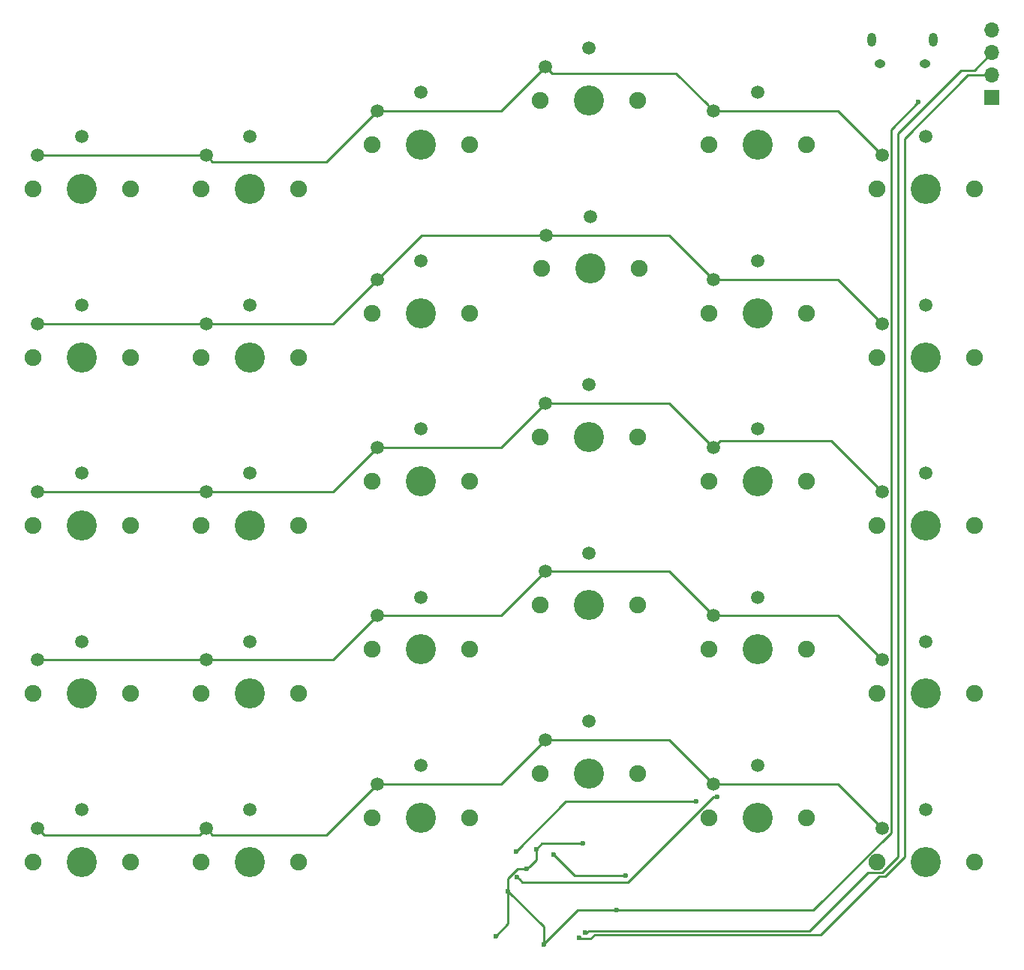
<source format=gbr>
G04 #@! TF.GenerationSoftware,KiCad,Pcbnew,(5.0.1-3-g963ef8bb5)*
G04 #@! TF.CreationDate,2019-02-26T10:41:44-08:00*
G04 #@! TF.ProjectId,atreus-butterfly-62,6174726575732D627574746572666C79,rev?*
G04 #@! TF.SameCoordinates,Original*
G04 #@! TF.FileFunction,Copper,L2,Bot,Signal*
G04 #@! TF.FilePolarity,Positive*
%FSLAX46Y46*%
G04 Gerber Fmt 4.6, Leading zero omitted, Abs format (unit mm)*
G04 Created by KiCad (PCBNEW (5.0.1-3-g963ef8bb5)) date Tuesday, February 26, 2019 at 10:41:44 AM*
%MOMM*%
%LPD*%
G01*
G04 APERTURE LIST*
G04 #@! TA.AperFunction,WasherPad*
%ADD10C,3.400000*%
G04 #@! TD*
G04 #@! TA.AperFunction,WasherPad*
%ADD11C,1.900000*%
G04 #@! TD*
G04 #@! TA.AperFunction,ComponentPad*
%ADD12C,1.500000*%
G04 #@! TD*
G04 #@! TA.AperFunction,ComponentPad*
%ADD13O,1.250000X0.950000*%
G04 #@! TD*
G04 #@! TA.AperFunction,ComponentPad*
%ADD14O,1.000000X1.550000*%
G04 #@! TD*
G04 #@! TA.AperFunction,ComponentPad*
%ADD15R,1.700000X1.700000*%
G04 #@! TD*
G04 #@! TA.AperFunction,ComponentPad*
%ADD16O,1.700000X1.700000*%
G04 #@! TD*
G04 #@! TA.AperFunction,ViaPad*
%ADD17C,0.600000*%
G04 #@! TD*
G04 #@! TA.AperFunction,Conductor*
%ADD18C,0.250000*%
G04 #@! TD*
G04 APERTURE END LIST*
D10*
G04 #@! TO.N,*
G04 #@! TO.C,SW26*
X144050000Y-65100000D03*
D11*
X149550000Y-65100000D03*
X138550000Y-65100000D03*
D12*
G04 #@! TD*
G04 #@! TO.P,SW26,2*
G04 #@! TO.N,Net-(D26-Pad2)*
X144050000Y-59200000D03*
G04 #@! TO.P,SW26,1*
G04 #@! TO.N,/Row_1*
X139100000Y-61300000D03*
G04 #@! TD*
D13*
G04 #@! TO.P,J1,6*
G04 #@! TO.N,GND*
X143900000Y-50950000D03*
X138900000Y-50950000D03*
D14*
X144900000Y-48250000D03*
X137900000Y-48250000D03*
G04 #@! TD*
D15*
G04 #@! TO.P,J2,1*
G04 #@! TO.N,GND*
X151500000Y-54800000D03*
D16*
G04 #@! TO.P,J2,2*
G04 #@! TO.N,/Rx*
X151500000Y-52260000D03*
G04 #@! TO.P,J2,3*
G04 #@! TO.N,/Tx*
X151500000Y-49720000D03*
G04 #@! TO.P,J2,4*
G04 #@! TO.N,VCC*
X151500000Y-47180000D03*
G04 #@! TD*
D10*
G04 #@! TO.N,*
G04 #@! TO.C,SW1*
X48750000Y-65100000D03*
D11*
X54250000Y-65100000D03*
X43250000Y-65100000D03*
D12*
G04 #@! TD*
G04 #@! TO.P,SW1,2*
G04 #@! TO.N,Net-(D1-Pad2)*
X48750000Y-59200000D03*
G04 #@! TO.P,SW1,1*
G04 #@! TO.N,/Row_1*
X43800000Y-61300000D03*
G04 #@! TD*
D10*
G04 #@! TO.N,*
G04 #@! TO.C,SW2*
X48750000Y-84100000D03*
D11*
X54250000Y-84100000D03*
X43250000Y-84100000D03*
D12*
G04 #@! TD*
G04 #@! TO.P,SW2,2*
G04 #@! TO.N,Net-(D2-Pad2)*
X48750000Y-78200000D03*
G04 #@! TO.P,SW2,1*
G04 #@! TO.N,/Row_2*
X43800000Y-80300000D03*
G04 #@! TD*
D10*
G04 #@! TO.N,*
G04 #@! TO.C,SW3*
X48750000Y-103100000D03*
D11*
X54250000Y-103100000D03*
X43250000Y-103100000D03*
D12*
G04 #@! TD*
G04 #@! TO.P,SW3,2*
G04 #@! TO.N,Net-(D3-Pad2)*
X48750000Y-97200000D03*
G04 #@! TO.P,SW3,1*
G04 #@! TO.N,/Row_3*
X43800000Y-99300000D03*
G04 #@! TD*
D10*
G04 #@! TO.N,*
G04 #@! TO.C,SW4*
X48750000Y-122100000D03*
D11*
X54250000Y-122100000D03*
X43250000Y-122100000D03*
D12*
G04 #@! TD*
G04 #@! TO.P,SW4,2*
G04 #@! TO.N,Net-(D4-Pad2)*
X48750000Y-116200000D03*
G04 #@! TO.P,SW4,1*
G04 #@! TO.N,/Row_4*
X43800000Y-118300000D03*
G04 #@! TD*
D10*
G04 #@! TO.N,*
G04 #@! TO.C,SW5*
X48750000Y-141100000D03*
D11*
X54250000Y-141100000D03*
X43250000Y-141100000D03*
D12*
G04 #@! TD*
G04 #@! TO.P,SW5,2*
G04 #@! TO.N,Net-(D5-Pad2)*
X48750000Y-135200000D03*
G04 #@! TO.P,SW5,1*
G04 #@! TO.N,/Row_5*
X43800000Y-137300000D03*
G04 #@! TD*
D10*
G04 #@! TO.N,*
G04 #@! TO.C,SW6*
X67750000Y-65100000D03*
D11*
X73250000Y-65100000D03*
X62250000Y-65100000D03*
D12*
G04 #@! TD*
G04 #@! TO.P,SW6,2*
G04 #@! TO.N,Net-(D6-Pad2)*
X67750000Y-59200000D03*
G04 #@! TO.P,SW6,1*
G04 #@! TO.N,/Row_1*
X62800000Y-61300000D03*
G04 #@! TD*
D10*
G04 #@! TO.N,*
G04 #@! TO.C,SW7*
X67750000Y-84100000D03*
D11*
X73250000Y-84100000D03*
X62250000Y-84100000D03*
D12*
G04 #@! TD*
G04 #@! TO.P,SW7,2*
G04 #@! TO.N,Net-(D7-Pad2)*
X67750000Y-78200000D03*
G04 #@! TO.P,SW7,1*
G04 #@! TO.N,/Row_2*
X62800000Y-80300000D03*
G04 #@! TD*
D10*
G04 #@! TO.N,*
G04 #@! TO.C,SW8*
X67750000Y-103100000D03*
D11*
X73250000Y-103100000D03*
X62250000Y-103100000D03*
D12*
G04 #@! TD*
G04 #@! TO.P,SW8,2*
G04 #@! TO.N,Net-(D8-Pad2)*
X67750000Y-97200000D03*
G04 #@! TO.P,SW8,1*
G04 #@! TO.N,/Row_3*
X62800000Y-99300000D03*
G04 #@! TD*
D10*
G04 #@! TO.N,*
G04 #@! TO.C,SW9*
X67750000Y-122100000D03*
D11*
X73250000Y-122100000D03*
X62250000Y-122100000D03*
D12*
G04 #@! TD*
G04 #@! TO.P,SW9,2*
G04 #@! TO.N,Net-(D9-Pad2)*
X67750000Y-116200000D03*
G04 #@! TO.P,SW9,1*
G04 #@! TO.N,/Row_4*
X62800000Y-118300000D03*
G04 #@! TD*
D10*
G04 #@! TO.N,*
G04 #@! TO.C,SW10*
X67750000Y-141100000D03*
D11*
X73250000Y-141100000D03*
X62250000Y-141100000D03*
D12*
G04 #@! TD*
G04 #@! TO.P,SW10,2*
G04 #@! TO.N,Net-(D10-Pad2)*
X67750000Y-135200000D03*
G04 #@! TO.P,SW10,1*
G04 #@! TO.N,/Row_5*
X62800000Y-137300000D03*
G04 #@! TD*
D10*
G04 #@! TO.N,*
G04 #@! TO.C,SW11*
X87050000Y-60100000D03*
D11*
X92550000Y-60100000D03*
X81550000Y-60100000D03*
D12*
G04 #@! TD*
G04 #@! TO.P,SW11,2*
G04 #@! TO.N,Net-(D11-Pad2)*
X87050000Y-54200000D03*
G04 #@! TO.P,SW11,1*
G04 #@! TO.N,/Row_1*
X82100000Y-56300000D03*
G04 #@! TD*
D10*
G04 #@! TO.N,*
G04 #@! TO.C,SW12*
X87050000Y-79100000D03*
D11*
X92550000Y-79100000D03*
X81550000Y-79100000D03*
D12*
G04 #@! TD*
G04 #@! TO.P,SW12,2*
G04 #@! TO.N,Net-(D12-Pad2)*
X87050000Y-73200000D03*
G04 #@! TO.P,SW12,1*
G04 #@! TO.N,/Row_2*
X82100000Y-75300000D03*
G04 #@! TD*
D10*
G04 #@! TO.N,*
G04 #@! TO.C,SW13*
X87050000Y-98100000D03*
D11*
X92550000Y-98100000D03*
X81550000Y-98100000D03*
D12*
G04 #@! TD*
G04 #@! TO.P,SW13,2*
G04 #@! TO.N,Net-(D13-Pad2)*
X87050000Y-92200000D03*
G04 #@! TO.P,SW13,1*
G04 #@! TO.N,/Row_3*
X82100000Y-94300000D03*
G04 #@! TD*
D10*
G04 #@! TO.N,*
G04 #@! TO.C,SW14*
X87050000Y-117100000D03*
D11*
X92550000Y-117100000D03*
X81550000Y-117100000D03*
D12*
G04 #@! TD*
G04 #@! TO.P,SW14,2*
G04 #@! TO.N,Net-(D14-Pad2)*
X87050000Y-111200000D03*
G04 #@! TO.P,SW14,1*
G04 #@! TO.N,/Row_4*
X82100000Y-113300000D03*
G04 #@! TD*
D10*
G04 #@! TO.N,*
G04 #@! TO.C,SW15*
X87050000Y-136100000D03*
D11*
X92550000Y-136100000D03*
X81550000Y-136100000D03*
D12*
G04 #@! TD*
G04 #@! TO.P,SW15,2*
G04 #@! TO.N,Net-(D15-Pad2)*
X87050000Y-130200000D03*
G04 #@! TO.P,SW15,1*
G04 #@! TO.N,/Row_5*
X82100000Y-132300000D03*
G04 #@! TD*
D10*
G04 #@! TO.N,*
G04 #@! TO.C,SW16*
X106050000Y-55100000D03*
D11*
X111550000Y-55100000D03*
X100550000Y-55100000D03*
D12*
G04 #@! TD*
G04 #@! TO.P,SW16,2*
G04 #@! TO.N,Net-(D16-Pad2)*
X106050000Y-49200000D03*
G04 #@! TO.P,SW16,1*
G04 #@! TO.N,/Row_1*
X101100000Y-51300000D03*
G04 #@! TD*
D10*
G04 #@! TO.N,*
G04 #@! TO.C,SW17*
X106150000Y-74100000D03*
D11*
X111650000Y-74100000D03*
X100650000Y-74100000D03*
D12*
G04 #@! TD*
G04 #@! TO.P,SW17,2*
G04 #@! TO.N,Net-(D17-Pad2)*
X106150000Y-68200000D03*
G04 #@! TO.P,SW17,1*
G04 #@! TO.N,/Row_2*
X101200000Y-70300000D03*
G04 #@! TD*
D10*
G04 #@! TO.N,*
G04 #@! TO.C,SW18*
X106050000Y-93100000D03*
D11*
X111550000Y-93100000D03*
X100550000Y-93100000D03*
D12*
G04 #@! TD*
G04 #@! TO.P,SW18,2*
G04 #@! TO.N,Net-(D18-Pad2)*
X106050000Y-87200000D03*
G04 #@! TO.P,SW18,1*
G04 #@! TO.N,/Row_3*
X101100000Y-89300000D03*
G04 #@! TD*
D10*
G04 #@! TO.N,*
G04 #@! TO.C,SW19*
X106050000Y-112100000D03*
D11*
X111550000Y-112100000D03*
X100550000Y-112100000D03*
D12*
G04 #@! TD*
G04 #@! TO.P,SW19,2*
G04 #@! TO.N,Net-(D19-Pad2)*
X106050000Y-106200000D03*
G04 #@! TO.P,SW19,1*
G04 #@! TO.N,/Row_4*
X101100000Y-108300000D03*
G04 #@! TD*
D10*
G04 #@! TO.N,*
G04 #@! TO.C,SW20*
X106050000Y-131100000D03*
D11*
X111550000Y-131100000D03*
X100550000Y-131100000D03*
D12*
G04 #@! TD*
G04 #@! TO.P,SW20,2*
G04 #@! TO.N,Net-(D20-Pad2)*
X106050000Y-125200000D03*
G04 #@! TO.P,SW20,1*
G04 #@! TO.N,/Row_5*
X101100000Y-127300000D03*
G04 #@! TD*
D10*
G04 #@! TO.N,*
G04 #@! TO.C,SW21*
X125050000Y-60100000D03*
D11*
X130550000Y-60100000D03*
X119550000Y-60100000D03*
D12*
G04 #@! TD*
G04 #@! TO.P,SW21,2*
G04 #@! TO.N,Net-(D21-Pad2)*
X125050000Y-54200000D03*
G04 #@! TO.P,SW21,1*
G04 #@! TO.N,/Row_1*
X120100000Y-56300000D03*
G04 #@! TD*
D10*
G04 #@! TO.N,*
G04 #@! TO.C,SW22*
X125050000Y-79100000D03*
D11*
X130550000Y-79100000D03*
X119550000Y-79100000D03*
D12*
G04 #@! TD*
G04 #@! TO.P,SW22,2*
G04 #@! TO.N,Net-(D22-Pad2)*
X125050000Y-73200000D03*
G04 #@! TO.P,SW22,1*
G04 #@! TO.N,/Row_2*
X120100000Y-75300000D03*
G04 #@! TD*
D10*
G04 #@! TO.N,*
G04 #@! TO.C,SW23*
X125050000Y-98100000D03*
D11*
X130550000Y-98100000D03*
X119550000Y-98100000D03*
D12*
G04 #@! TD*
G04 #@! TO.P,SW23,2*
G04 #@! TO.N,Net-(D23-Pad2)*
X125050000Y-92200000D03*
G04 #@! TO.P,SW23,1*
G04 #@! TO.N,/Row_3*
X120100000Y-94300000D03*
G04 #@! TD*
D10*
G04 #@! TO.N,*
G04 #@! TO.C,SW24*
X125050000Y-117100000D03*
D11*
X130550000Y-117100000D03*
X119550000Y-117100000D03*
D12*
G04 #@! TD*
G04 #@! TO.P,SW24,2*
G04 #@! TO.N,Net-(D24-Pad2)*
X125050000Y-111200000D03*
G04 #@! TO.P,SW24,1*
G04 #@! TO.N,/Row_4*
X120100000Y-113300000D03*
G04 #@! TD*
D10*
G04 #@! TO.N,*
G04 #@! TO.C,SW25*
X125050000Y-136100000D03*
D11*
X130550000Y-136100000D03*
X119550000Y-136100000D03*
D12*
G04 #@! TD*
G04 #@! TO.P,SW25,2*
G04 #@! TO.N,Net-(D25-Pad2)*
X125050000Y-130200000D03*
G04 #@! TO.P,SW25,1*
G04 #@! TO.N,/Row_5*
X120100000Y-132300000D03*
G04 #@! TD*
D10*
G04 #@! TO.N,*
G04 #@! TO.C,SW27*
X144050000Y-84100000D03*
D11*
X149550000Y-84100000D03*
X138550000Y-84100000D03*
D12*
G04 #@! TD*
G04 #@! TO.P,SW27,2*
G04 #@! TO.N,Net-(D27-Pad2)*
X144050000Y-78200000D03*
G04 #@! TO.P,SW27,1*
G04 #@! TO.N,/Row_2*
X139100000Y-80300000D03*
G04 #@! TD*
D10*
G04 #@! TO.N,*
G04 #@! TO.C,SW28*
X144050000Y-103100000D03*
D11*
X149550000Y-103100000D03*
X138550000Y-103100000D03*
D12*
G04 #@! TD*
G04 #@! TO.P,SW28,2*
G04 #@! TO.N,Net-(D28-Pad2)*
X144050000Y-97200000D03*
G04 #@! TO.P,SW28,1*
G04 #@! TO.N,/Row_3*
X139100000Y-99300000D03*
G04 #@! TD*
D10*
G04 #@! TO.N,*
G04 #@! TO.C,SW29*
X144050000Y-122100000D03*
D11*
X149550000Y-122100000D03*
X138550000Y-122100000D03*
D12*
G04 #@! TD*
G04 #@! TO.P,SW29,2*
G04 #@! TO.N,Net-(D29-Pad2)*
X144050000Y-116200000D03*
G04 #@! TO.P,SW29,1*
G04 #@! TO.N,/Row_4*
X139100000Y-118300000D03*
G04 #@! TD*
D10*
G04 #@! TO.N,*
G04 #@! TO.C,SW30*
X144050000Y-141100000D03*
D11*
X149550000Y-141100000D03*
X138550000Y-141100000D03*
D12*
G04 #@! TD*
G04 #@! TO.P,SW30,2*
G04 #@! TO.N,Net-(D30-Pad2)*
X144050000Y-135200000D03*
G04 #@! TO.P,SW30,1*
G04 #@! TO.N,/Row_5*
X139100000Y-137300000D03*
G04 #@! TD*
D17*
G04 #@! TO.N,Net-(C3-Pad1)*
X110200000Y-142600000D03*
X102073614Y-140280187D03*
G04 #@! TO.N,VCC*
X96900000Y-144400000D03*
X109141066Y-146575021D03*
X143200000Y-55300000D03*
X100054994Y-139639992D03*
X99012132Y-141898944D03*
X105300000Y-139000000D03*
X95500000Y-149500000D03*
X100900000Y-150399996D03*
G04 #@! TO.N,/Rx*
X104900000Y-149700000D03*
G04 #@! TO.N,/Tx*
X105600000Y-149100000D03*
G04 #@! TO.N,Net-(R1-Pad1)*
X120500000Y-133724990D03*
X97900000Y-142800000D03*
G04 #@! TO.N,Net-(R2-Pad1)*
X118100000Y-134300000D03*
X97800000Y-139900000D03*
G04 #@! TD*
D18*
G04 #@! TO.N,Net-(C3-Pad1)*
X110200000Y-142600000D02*
X104393427Y-142600000D01*
X102373613Y-140580186D02*
X102073614Y-140280187D01*
X104393427Y-142600000D02*
X102373613Y-140580186D01*
G04 #@! TO.N,VCC*
X109565330Y-146575021D02*
X109141066Y-146575021D01*
X131341981Y-146575021D02*
X109565330Y-146575021D01*
X140125001Y-137792001D02*
X131341981Y-146575021D01*
X140125001Y-58374999D02*
X140125001Y-137792001D01*
X143200000Y-55300000D02*
X140125001Y-58374999D01*
X99312131Y-141598945D02*
X99012132Y-141898944D01*
X100054994Y-139639992D02*
X100054994Y-140856082D01*
X100054994Y-140856082D02*
X99312131Y-141598945D01*
X104875736Y-139000000D02*
X105300000Y-139000000D01*
X100054994Y-139639992D02*
X100694986Y-139000000D01*
X100694986Y-139000000D02*
X104875736Y-139000000D01*
X96900000Y-144400000D02*
X96900000Y-142948998D01*
X96900000Y-142948998D02*
X97950054Y-141898944D01*
X97950054Y-141898944D02*
X98587868Y-141898944D01*
X98587868Y-141898944D02*
X99012132Y-141898944D01*
X96900000Y-148100000D02*
X95500000Y-149500000D01*
X96900000Y-144400000D02*
X96900000Y-148100000D01*
X109141066Y-146575021D02*
X104724975Y-146575021D01*
X96900000Y-144400000D02*
X100900000Y-148400000D01*
X100900000Y-148400000D02*
X100900000Y-149975732D01*
X101199999Y-150099997D02*
X100900000Y-150399996D01*
X100900000Y-149975732D02*
X100900000Y-150399996D01*
X104724975Y-146575021D02*
X101199999Y-150099997D01*
G04 #@! TO.N,/Rx*
X139440688Y-142725012D02*
X138737990Y-142725012D01*
X141663002Y-140502698D02*
X139440688Y-142725012D01*
X148800000Y-52260000D02*
X141663002Y-59396998D01*
X141663002Y-59396998D02*
X141663002Y-140502698D01*
X151500000Y-52260000D02*
X148800000Y-52260000D01*
X138737990Y-142725012D02*
X132162991Y-149300011D01*
X106650993Y-149300011D02*
X106176002Y-149775002D01*
X132162991Y-149300011D02*
X106650993Y-149300011D01*
X104975002Y-149775002D02*
X104900000Y-149700000D01*
X106176002Y-149775002D02*
X104975002Y-149775002D01*
G04 #@! TO.N,/Tx*
X151460000Y-49600000D02*
X151600000Y-49460000D01*
X149519990Y-51700010D02*
X147999990Y-51700010D01*
X151500000Y-49720000D02*
X149519990Y-51700010D01*
X147999990Y-51700010D02*
X140900000Y-58800000D01*
X139138001Y-142325001D02*
X137474999Y-142325001D01*
X140900000Y-140563002D02*
X139138001Y-142325001D01*
X140900000Y-58800000D02*
X140900000Y-140563002D01*
X137474999Y-142325001D02*
X130900000Y-148900000D01*
X106000000Y-148900000D02*
X105700000Y-149200000D01*
X130900000Y-148900000D02*
X106000000Y-148900000D01*
X105700000Y-149200000D02*
X105600000Y-149100000D01*
G04 #@! TO.N,Net-(R1-Pad1)*
X98499999Y-143399999D02*
X98199999Y-143099999D01*
X110400727Y-143399999D02*
X98499999Y-143399999D01*
X120075736Y-133724990D02*
X110400727Y-143399999D01*
X98199999Y-143099999D02*
X97900000Y-142800000D01*
X120500000Y-133724990D02*
X120075736Y-133724990D01*
G04 #@! TO.N,Net-(R2-Pad1)*
X103400000Y-134300000D02*
X97800000Y-139900000D01*
X118100000Y-134300000D02*
X103400000Y-134300000D01*
G04 #@! TO.N,/Row_1*
X43800000Y-61300000D02*
X62800000Y-61300000D01*
X81350001Y-57049999D02*
X82100000Y-56300000D01*
X76350001Y-62049999D02*
X81350001Y-57049999D01*
X63549999Y-62049999D02*
X76350001Y-62049999D01*
X62800000Y-61300000D02*
X63549999Y-62049999D01*
X96100000Y-56300000D02*
X101100000Y-51300000D01*
X82100000Y-56300000D02*
X96100000Y-56300000D01*
X115849999Y-52049999D02*
X119350001Y-55550001D01*
X119350001Y-55550001D02*
X120100000Y-56300000D01*
X101849999Y-52049999D02*
X115849999Y-52049999D01*
X101100000Y-51300000D02*
X101849999Y-52049999D01*
X134100000Y-56300000D02*
X139100000Y-61300000D01*
X120100000Y-56300000D02*
X134100000Y-56300000D01*
G04 #@! TO.N,/Row_2*
X44860660Y-80300000D02*
X62800000Y-80300000D01*
X43800000Y-80300000D02*
X44860660Y-80300000D01*
X77100000Y-80300000D02*
X82100000Y-75300000D01*
X62800000Y-80300000D02*
X77100000Y-80300000D01*
X87100000Y-70300000D02*
X101200000Y-70300000D01*
X82100000Y-75300000D02*
X87100000Y-70300000D01*
X115100000Y-70300000D02*
X120100000Y-75300000D01*
X101200000Y-70300000D02*
X115100000Y-70300000D01*
X134100000Y-75300000D02*
X139100000Y-80300000D01*
X120100000Y-75300000D02*
X134100000Y-75300000D01*
G04 #@! TO.N,/Row_3*
X43800000Y-99300000D02*
X62800000Y-99300000D01*
X77100000Y-99300000D02*
X82100000Y-94300000D01*
X62800000Y-99300000D02*
X77100000Y-99300000D01*
X96100000Y-94300000D02*
X100500000Y-89900000D01*
X82100000Y-94300000D02*
X96100000Y-94300000D01*
X100500000Y-89900000D02*
X101100000Y-89300000D01*
X115100000Y-89300000D02*
X120100000Y-94300000D01*
X101100000Y-89300000D02*
X115100000Y-89300000D01*
X120849999Y-93550001D02*
X133350001Y-93550001D01*
X138350001Y-98550001D02*
X139100000Y-99300000D01*
X133350001Y-93550001D02*
X138350001Y-98550001D01*
X120100000Y-94300000D02*
X120849999Y-93550001D01*
G04 #@! TO.N,/Row_4*
X43800000Y-118300000D02*
X62800000Y-118300000D01*
X77100000Y-118300000D02*
X82100000Y-113300000D01*
X62800000Y-118300000D02*
X77100000Y-118300000D01*
X96100000Y-113300000D02*
X101100000Y-108300000D01*
X82100000Y-113300000D02*
X96100000Y-113300000D01*
X115100000Y-108300000D02*
X120100000Y-113300000D01*
X101100000Y-108300000D02*
X115100000Y-108300000D01*
X134100000Y-113300000D02*
X139100000Y-118300000D01*
X120100000Y-113300000D02*
X134100000Y-113300000D01*
G04 #@! TO.N,/Row_5*
X62050001Y-138049999D02*
X62800000Y-137300000D01*
X44549999Y-138049999D02*
X62050001Y-138049999D01*
X43800000Y-137300000D02*
X44549999Y-138049999D01*
X81350001Y-133049999D02*
X82100000Y-132300000D01*
X76350001Y-138049999D02*
X81350001Y-133049999D01*
X63549999Y-138049999D02*
X76350001Y-138049999D01*
X62800000Y-137300000D02*
X63549999Y-138049999D01*
X96100000Y-132300000D02*
X101100000Y-127300000D01*
X82100000Y-132300000D02*
X96100000Y-132300000D01*
X115100000Y-127300000D02*
X120100000Y-132300000D01*
X101100000Y-127300000D02*
X115100000Y-127300000D01*
X134100000Y-132300000D02*
X139100000Y-137300000D01*
X120100000Y-132300000D02*
X134100000Y-132300000D01*
G04 #@! TD*
M02*

</source>
